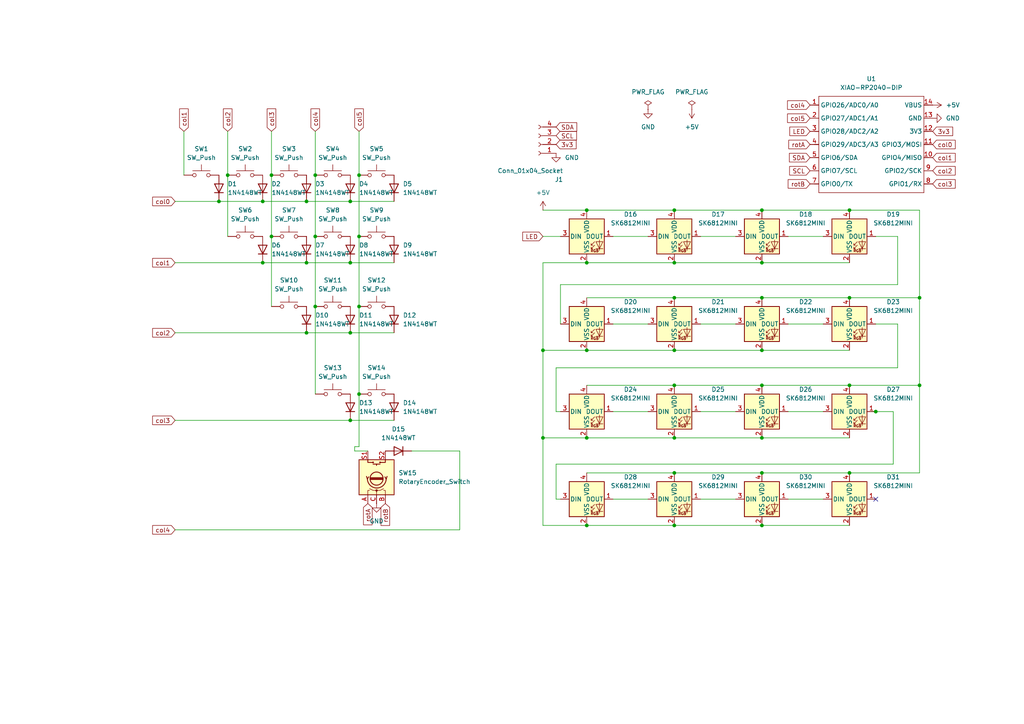
<source format=kicad_sch>
(kicad_sch (version 20250114) (generator "eeschema") (generator_version "9.0")
  (paper "A4")
  (lib_symbols
    (symbol "Connector:Conn_01x04_Socket" (pin_names (offset 1.016) (hide yes))
      (property "Reference" "J" (at 0 5.08 0))
      (property "Value" "Conn_01x04_Socket" (at 0 -7.62 0))
      (symbol "Conn_01x04_Socket_1_1"
        (polyline (pts (xy -1.27 2.54) (xy -0.508 2.54)) (stroke (width 0.1524)))
        (polyline (pts (xy -1.27 0) (xy -0.508 0)) (stroke (width 0.1524)))
        (polyline (pts (xy -1.27 -2.54) (xy -0.508 -2.54)) (stroke (width 0.1524)))
        (polyline (pts (xy -1.27 -5.08) (xy -0.508 -5.08)) (stroke (width 0.1524)))
        (arc (start 0 2.032) (mid -0.5058 2.54) (end 0 3.048) (stroke (width 0.1524)))
        (arc (start 0 -0.508) (mid -0.5058 0) (end 0 0.508) (stroke (width 0.1524)))
        (arc (start 0 -3.048) (mid -0.5058 -2.54) (end 0 -2.032) (stroke (width 0.1524)))
        (arc (start 0 -5.588) (mid -0.5058 -5.08) (end 0 -4.572) (stroke (width 0.1524)))
        (pin passive line (at -5.08 2.54 0) (length 3.81) (name "Pin_1") (number "1"))
        (pin passive line (at -5.08 0 0) (length 3.81) (name "Pin_2") (number "2"))
        (pin passive line (at -5.08 -2.54 0) (length 3.81) (name "Pin_3") (number "3"))
        (pin passive line (at -5.08 -5.08 0) (length 3.81) (name "Pin_4") (number "4"))
      )
    )
    (symbol "Device:RotaryEncoder_Switch" (pin_names (offset 0.254) (hide yes))
      (property "Reference" "SW" (at 0 6.604 0))
      (property "Value" "RotaryEncoder_Switch" (at 0 -6.604 0))
      (symbol "RotaryEncoder_Switch_0_1"
        (rectangle (start -5.08 5.08) (end 5.08 -5.08) (stroke (width 0.254)) (fill (type background)))
        (polyline (pts (xy -5.08 2.54) (xy -3.81 2.54) (xy -3.81 2.032)))
        (polyline (pts (xy -5.08 0) (xy -3.81 0) (xy -3.81 -1.016) (xy -3.302 -2.032)))
        (polyline (pts (xy -5.08 -2.54) (xy -3.81 -2.54) (xy -3.81 -2.032)))
        (polyline (pts (xy -4.318 0) (xy -3.81 0) (xy -3.81 1.016) (xy -3.302 2.032)))
        (circle (center -3.81 0) (radius 0.254) (fill (type outline)))
        (polyline (pts (xy -0.635 -1.778) (xy -0.635 1.778)) (stroke (width 0.254)))
        (circle (center -0.381 0) (radius 1.905) (stroke (width 0.254)))
        (polyline (pts (xy -0.381 -1.778) (xy -0.381 1.778)) (stroke (width 0.254)))
        (arc (start -0.381 -2.794) (mid -3.0988 -0.0635) (end -0.381 2.667) (stroke (width 0.254)))
        (polyline (pts (xy -0.127 1.778) (xy -0.127 -1.778)) (stroke (width 0.254)))
        (polyline (pts (xy 0.254 2.921) (xy -0.508 2.667) (xy 0.127 2.286)) (stroke (width 0.254)))
        (polyline (pts (xy 0.254 -3.048) (xy -0.508 -2.794) (xy 0.127 -2.413)) (stroke (width 0.254)))
        (polyline (pts (xy 3.81 1.016) (xy 3.81 -1.016)) (stroke (width 0.254)))
        (polyline (pts (xy 3.81 0) (xy 3.429 0)) (stroke (width 0.254)))
        (circle (center 4.318 1.016) (radius 0.127) (stroke (width 0.254)))
        (circle (center 4.318 -1.016) (radius 0.127) (stroke (width 0.254)))
        (polyline (pts (xy 5.08 2.54) (xy 4.318 2.54) (xy 4.318 1.016)) (stroke (width 0.254)))
        (polyline (pts (xy 5.08 -2.54) (xy 4.318 -2.54) (xy 4.318 -1.016)) (stroke (width 0.254)))
      )
      (symbol "RotaryEncoder_Switch_1_1"
        (pin passive line (at -7.62 2.54 0) (length 2.54) (name "A") (number "A"))
        (pin passive line (at -7.62 0 0) (length 2.54) (name "C") (number "C"))
        (pin passive line (at -7.62 -2.54 0) (length 2.54) (name "B") (number "B"))
        (pin passive line (at 7.62 2.54 180) (length 2.54) (name "S1") (number "S1"))
        (pin passive line (at 7.62 -2.54 180) (length 2.54) (name "S2") (number "S2"))
      )
    )
    (symbol "Diode:1N4148WT" (pin_numbers (hide yes)) (pin_names (hide yes))
      (property "Reference" "D" (at 0 2.54 0))
      (property "Value" "1N4148WT" (at 0 -2.54 0))
      (symbol "1N4148WT_0_1"
        (polyline (pts (xy -1.27 1.27) (xy -1.27 -1.27)) (stroke (width 0.254)))
        (polyline (pts (xy 1.27 1.27) (xy 1.27 -1.27) (xy -1.27 0) (xy 1.27 1.27)) (stroke (width 0.254)))
        (polyline (pts (xy 1.27 0) (xy -1.27 0)))
      )
      (symbol "1N4148WT_1_1"
        (pin passive line (at -3.81 0 0) (length 2.54) (name "K") (number "1"))
        (pin passive line (at 3.81 0 180) (length 2.54) (name "A") (number "2"))
      )
    )
    (symbol "LED:SK6812MINI" (pin_names (offset 0.254))
      (property "Reference" "D" (at 5.08 5.715 0))
      (property "Value" "SK6812MINI" (at 1.27 -5.715 0))
      (symbol "SK6812MINI_0_0"
        (text "RGB" (at 2.286 -4.191 0) (effects (font (size 0.762 0.762))))
      )
      (symbol "SK6812MINI_0_1"
        (polyline (pts (xy 1.27 -2.54) (xy 1.778 -2.54)))
        (polyline (pts (xy 1.27 -3.556) (xy 1.778 -3.556)))
        (polyline (pts (xy 2.286 -1.524) (xy 1.27 -2.54) (xy 1.27 -2.032)))
        (polyline (pts (xy 2.286 -2.54) (xy 1.27 -3.556) (xy 1.27 -3.048)))
        (polyline (pts (xy 3.683 -1.016) (xy 3.683 -3.556) (xy 3.683 -4.064)))
        (polyline (pts (xy 4.699 -1.524) (xy 2.667 -1.524) (xy 3.683 -3.556) (xy 4.699 -1.524)))
        (polyline (pts (xy 4.699 -3.556) (xy 2.667 -3.556)))
        (rectangle (start 5.08 5.08) (end -5.08 -5.08) (stroke (width 0.254)) (fill (type background)))
      )
      (symbol "SK6812MINI_1_1"
        (pin input line (at -7.62 0 0) (length 2.54) (name "DIN") (number "3"))
        (pin power_in line (at 0 7.62 270) (length 2.54) (name "VDD") (number "4"))
        (pin power_in line (at 0 -7.62 90) (length 2.54) (name "VSS") (number "2"))
        (pin output line (at 7.62 0 180) (length 2.54) (name "DOUT") (number "1"))
      )
    )
    (symbol "OPL Lib:XIAO-RP2040-DIP"
      (property "Reference" "U" (at 0 0 0))
      (property "Value" "XIAO-RP2040-DIP" (at 5.334 -1.778 0))
      (symbol "XIAO-RP2040-DIP_1_0"
        (polyline (pts (xy -1.27 -2.54) (xy 29.21 -2.54)) (stroke (width 0.1524)))
        (polyline (pts (xy -1.27 -5.08) (xy -2.54 -5.08)) (stroke (width 0.1524)))
        (polyline (pts (xy -1.27 -5.08) (xy -1.27 -2.54)) (stroke (width 0.1524)))
        (polyline (pts (xy -1.27 -8.89) (xy -2.54 -8.89)) (stroke (width 0.1524)))
        (polyline (pts (xy -1.27 -8.89) (xy -1.27 -5.08)) (stroke (width 0.1524)))
        (polyline (pts (xy -1.27 -12.7) (xy -2.54 -12.7)) (stroke (width 0.1524)))
        (polyline (pts (xy -1.27 -12.7) (xy -1.27 -8.89)) (stroke (width 0.1524)))
        (polyline (pts (xy -1.27 -16.51) (xy -2.54 -16.51)) (stroke (width 0.1524)))
        (polyline (pts (xy -1.27 -16.51) (xy -1.27 -12.7)) (stroke (width 0.1524)))
        (polyline (pts (xy -1.27 -20.32) (xy -2.54 -20.32)) (stroke (width 0.1524)))
        (polyline (pts (xy -1.27 -24.13) (xy -2.54 -24.13)) (stroke (width 0.1524)))
        (polyline (pts (xy -1.27 -27.94) (xy -2.54 -27.94)) (stroke (width 0.1524)))
        (polyline (pts (xy -1.27 -30.48) (xy -1.27 -16.51)) (stroke (width 0.1524)))
        (polyline (pts (xy 29.21 -2.54) (xy 29.21 -5.08)) (stroke (width 0.1524)))
        (polyline (pts (xy 29.21 -5.08) (xy 29.21 -8.89)) (stroke (width 0.1524)))
        (polyline (pts (xy 29.21 -8.89) (xy 29.21 -12.7)) (stroke (width 0.1524)))
        (polyline (pts (xy 29.21 -12.7) (xy 29.21 -30.48)) (stroke (width 0.1524)))
        (polyline (pts (xy 29.21 -30.48) (xy -1.27 -30.48)) (stroke (width 0.1524)))
        (polyline (pts (xy 30.48 -5.08) (xy 29.21 -5.08)) (stroke (width 0.1524)))
        (polyline (pts (xy 30.48 -8.89) (xy 29.21 -8.89)) (stroke (width 0.1524)))
        (polyline (pts (xy 30.48 -12.7) (xy 29.21 -12.7)) (stroke (width 0.1524)))
        (polyline (pts (xy 30.48 -16.51) (xy 29.21 -16.51)) (stroke (width 0.1524)))
        (polyline (pts (xy 30.48 -20.32) (xy 29.21 -20.32)) (stroke (width 0.1524)))
        (polyline (pts (xy 30.48 -24.13) (xy 29.21 -24.13)) (stroke (width 0.1524)))
        (polyline (pts (xy 30.48 -27.94) (xy 29.21 -27.94)) (stroke (width 0.1524)))
        (pin passive line (at -3.81 -5.08 0) (length 2.54) (name "GPIO26/ADC0/A0") (number "1"))
        (pin passive line (at -3.81 -8.89 0) (length 2.54) (name "GPIO27/ADC1/A1") (number "2"))
        (pin passive line (at -3.81 -12.7 0) (length 2.54) (name "GPIO28/ADC2/A2") (number "3"))
        (pin passive line (at -3.81 -16.51 0) (length 2.54) (name "GPIO29/ADC3/A3") (number "4"))
        (pin passive line (at -3.81 -20.32 0) (length 2.54) (name "GPIO6/SDA") (number "5"))
        (pin passive line (at -3.81 -24.13 0) (length 2.54) (name "GPIO7/SCL") (number "6"))
        (pin passive line (at -3.81 -27.94 0) (length 2.54) (name "GPIO0/TX") (number "7"))
        (pin passive line (at 31.75 -5.08 180) (length 2.54) (name "VBUS") (number "14"))
        (pin passive line (at 31.75 -8.89 180) (length 2.54) (name "GND") (number "13"))
        (pin passive line (at 31.75 -12.7 180) (length 2.54) (name "3V3") (number "12"))
        (pin passive line (at 31.75 -16.51 180) (length 2.54) (name "GPIO3/MOSI") (number "11"))
        (pin passive line (at 31.75 -20.32 180) (length 2.54) (name "GPIO4/MISO") (number "10"))
        (pin passive line (at 31.75 -24.13 180) (length 2.54) (name "GPIO2/SCK") (number "9"))
        (pin passive line (at 31.75 -27.94 180) (length 2.54) (name "GPIO1/RX") (number "8"))
      )
    )
    (symbol "Switch:SW_Push" (pin_numbers (hide yes)) (pin_names (offset 1.016) (hide yes))
      (property "Reference" "SW" (at 1.27 2.54 0))
      (property "Value" "SW_Push" (at 0 -1.524 0))
      (symbol "SW_Push_0_1"
        (circle (center -2.032 0) (radius 0.508))
        (polyline (pts (xy 0 1.27) (xy 0 3.048)))
        (circle (center 2.032 0) (radius 0.508))
        (polyline (pts (xy 2.54 1.27) (xy -2.54 1.27)))
        (pin passive line (at -5.08 0 0) (length 2.54) (name "1") (number "1"))
        (pin passive line (at 5.08 0 180) (length 2.54) (name "2") (number "2"))
      )
    )
    (symbol "power:+5V" (power) (pin_numbers (hide yes)) (pin_names (offset 0) (hide yes))
      (property "Value" "+5V" (at 0 3.556 0))
      (symbol "+5V_0_1"
        (polyline (pts (xy -0.762 1.27) (xy 0 2.54)))
        (polyline (pts (xy 0 2.54) (xy 0.762 1.27)))
        (polyline (pts (xy 0 0) (xy 0 2.54)))
      )
      (symbol "+5V_1_1"
        (pin power_in line (at 0 0 90) (length 0) (name "~") (number "1"))
      )
    )
    (symbol "power:GND" (power) (pin_numbers (hide yes)) (pin_names (offset 0) (hide yes))
      (property "Value" "GND" (at 0 -3.81 0))
      (symbol "GND_0_1"
        (polyline (pts (xy 0 0) (xy 0 -1.27) (xy 1.27 -1.27) (xy 0 -2.54) (xy -1.27 -1.27) (xy 0 -1.27)))
      )
      (symbol "GND_1_1"
        (pin power_in line (at 0 0 270) (length 0) (name "~") (number "1"))
      )
    )
    (symbol "power:PWR_FLAG" (power) (pin_numbers (hide yes)) (pin_names (offset 0) (hide yes))
      (property "Value" "PWR_FLAG" (at 0 3.81 0))
      (symbol "PWR_FLAG_0_0"
        (pin power_out line (at 0 0 90) (length 0) (name "~") (number "1"))
      )
      (symbol "PWR_FLAG_0_1"
        (polyline (pts (xy 0 0) (xy 0 1.27) (xy -1.016 1.905) (xy 0 2.54) (xy 1.016 1.905) (xy 0 1.27)))
      )
    )
  )
  (junction (at 220.98 76.2))
  (junction (at 101.6 76.2))
  (junction (at 91.44 68.58))
  (junction (at 220.98 60.96))
  (junction (at 195.58 101.6))
  (junction (at 220.98 152.4))
  (junction (at 246.38 111.76))
  (junction (at 91.44 88.9))
  (junction (at 101.6 58.42))
  (junction (at 104.14 88.9))
  (junction (at 246.38 137.16))
  (junction (at 195.58 111.76))
  (junction (at 76.2 58.42))
  (junction (at 170.18 76.2))
  (junction (at 220.98 101.6))
  (junction (at 157.48 101.6))
  (junction (at 78.74 68.58))
  (junction (at 91.44 50.8))
  (junction (at 254 119.38))
  (junction (at 195.58 152.4))
  (junction (at 246.38 86.36))
  (junction (at 195.58 60.96))
  (junction (at 170.18 101.6))
  (junction (at 170.18 152.4))
  (junction (at 88.9 96.52))
  (junction (at 195.58 86.36))
  (junction (at 104.14 50.8))
  (junction (at 157.48 127))
  (junction (at 78.74 50.8))
  (junction (at 88.9 76.2))
  (junction (at 266.7 111.76))
  (junction (at 66.04 50.8))
  (junction (at 76.2 76.2))
  (junction (at 104.14 114.3))
  (junction (at 170.18 60.96))
  (junction (at 220.98 127))
  (junction (at 195.58 76.2))
  (junction (at 101.6 121.92))
  (junction (at 170.18 127))
  (junction (at 104.14 68.58))
  (junction (at 195.58 127))
  (junction (at 101.6 96.52))
  (junction (at 195.58 137.16))
  (junction (at 220.98 111.76))
  (junction (at 63.5 58.42))
  (junction (at 220.98 137.16))
  (junction (at 220.98 86.36))
  (junction (at 266.7 86.36))
  (junction (at 88.9 58.42))
  (junction (at 246.38 60.96))
  (no_connect (at 254 144.78))
  (wire (pts (xy 195.58 86.36) (xy 220.98 86.36)))
  (wire (pts (xy 76.2 76.2) (xy 88.9 76.2)))
  (wire (pts (xy 161.29 119.38) (xy 162.56 119.38)))
  (wire (pts (xy 220.98 86.36) (xy 246.38 86.36)))
  (wire (pts (xy 50.8 76.2) (xy 76.2 76.2)))
  (wire (pts (xy 78.74 50.8) (xy 78.74 68.58)))
  (wire (pts (xy 78.74 68.58) (xy 78.74 88.9)))
  (wire (pts (xy 254 93.98) (xy 260.35 93.98)))
  (wire (pts (xy 195.58 111.76) (xy 170.18 111.76)))
  (wire (pts (xy 170.18 76.2) (xy 195.58 76.2)))
  (wire (pts (xy 162.56 82.55) (xy 162.56 93.98)))
  (wire (pts (xy 195.58 127) (xy 220.98 127)))
  (wire (pts (xy 104.14 88.9) (xy 104.14 114.3)))
  (wire (pts (xy 220.98 127) (xy 246.38 127)))
  (wire (pts (xy 50.8 121.92) (xy 101.6 121.92)))
  (wire (pts (xy 157.48 152.4) (xy 170.18 152.4)))
  (wire (pts (xy 259.08 119.38) (xy 259.08 134.62)))
  (wire (pts (xy 260.35 93.98) (xy 260.35 106.68)))
  (wire (pts (xy 203.2 119.38) (xy 213.36 119.38)))
  (wire (pts (xy 161.29 144.78) (xy 162.56 144.78)))
  (wire (pts (xy 177.8 119.38) (xy 187.96 119.38)))
  (wire (pts (xy 259.08 134.62) (xy 161.29 134.62)))
  (wire (pts (xy 170.18 86.36) (xy 195.58 86.36)))
  (wire (pts (xy 195.58 76.2) (xy 220.98 76.2)))
  (wire (pts (xy 88.9 76.2) (xy 101.6 76.2)))
  (wire (pts (xy 133.35 153.67) (xy 133.35 130.81)))
  (wire (pts (xy 88.9 96.52) (xy 101.6 96.52)))
  (wire (pts (xy 246.38 137.16) (xy 220.98 137.16)))
  (wire (pts (xy 102.87 130.81) (xy 106.68 130.81)))
  (wire (pts (xy 266.7 60.96) (xy 266.7 86.36)))
  (wire (pts (xy 177.8 144.78) (xy 187.96 144.78)))
  (wire (pts (xy 170.18 152.4) (xy 195.58 152.4)))
  (wire (pts (xy 157.48 68.58) (xy 162.56 68.58)))
  (wire (pts (xy 102.87 129.54) (xy 102.87 130.81)))
  (wire (pts (xy 161.29 106.68) (xy 161.29 119.38)))
  (wire (pts (xy 246.38 60.96) (xy 266.7 60.96)))
  (wire (pts (xy 101.6 58.42) (xy 114.3 58.42)))
  (wire (pts (xy 266.7 86.36) (xy 266.7 111.76)))
  (wire (pts (xy 195.58 152.4) (xy 220.98 152.4)))
  (wire (pts (xy 104.14 50.8) (xy 104.14 68.58)))
  (wire (pts (xy 254 68.58) (xy 260.35 68.58)))
  (wire (pts (xy 88.9 58.42) (xy 101.6 58.42)))
  (wire (pts (xy 238.76 93.98) (xy 228.6 93.98)))
  (wire (pts (xy 50.8 96.52) (xy 88.9 96.52)))
  (wire (pts (xy 157.48 101.6) (xy 170.18 101.6)))
  (wire (pts (xy 170.18 101.6) (xy 195.58 101.6)))
  (wire (pts (xy 157.48 127) (xy 157.48 152.4)))
  (wire (pts (xy 246.38 60.96) (xy 220.98 60.96)))
  (wire (pts (xy 91.44 88.9) (xy 91.44 114.3)))
  (wire (pts (xy 102.87 129.54) (xy 104.14 129.54)))
  (wire (pts (xy 246.38 111.76) (xy 220.98 111.76)))
  (wire (pts (xy 203.2 144.78) (xy 213.36 144.78)))
  (wire (pts (xy 238.76 68.58) (xy 228.6 68.58)))
  (wire (pts (xy 260.35 82.55) (xy 162.56 82.55)))
  (wire (pts (xy 101.6 121.92) (xy 114.3 121.92)))
  (wire (pts (xy 195.58 60.96) (xy 220.98 60.96)))
  (wire (pts (xy 246.38 86.36) (xy 266.7 86.36)))
  (wire (pts (xy 161.29 134.62) (xy 161.29 144.78)))
  (wire (pts (xy 170.18 76.2) (xy 157.48 76.2)))
  (wire (pts (xy 104.14 68.58) (xy 104.14 88.9)))
  (wire (pts (xy 254 119.38) (xy 259.08 119.38)))
  (wire (pts (xy 101.6 76.2) (xy 114.3 76.2)))
  (wire (pts (xy 66.04 38.1) (xy 66.04 50.8)))
  (wire (pts (xy 104.14 129.54) (xy 104.14 114.3)))
  (wire (pts (xy 260.35 106.68) (xy 161.29 106.68)))
  (wire (pts (xy 91.44 68.58) (xy 91.44 88.9)))
  (wire (pts (xy 220.98 137.16) (xy 195.58 137.16)))
  (wire (pts (xy 246.38 101.6) (xy 220.98 101.6)))
  (wire (pts (xy 133.35 130.81) (xy 119.38 130.81)))
  (wire (pts (xy 157.48 60.96) (xy 170.18 60.96)))
  (wire (pts (xy 266.7 111.76) (xy 266.7 137.16)))
  (wire (pts (xy 66.04 50.8) (xy 66.04 68.58)))
  (wire (pts (xy 53.34 38.1) (xy 53.34 50.8)))
  (wire (pts (xy 50.8 153.67) (xy 133.35 153.67)))
  (wire (pts (xy 228.6 119.38) (xy 238.76 119.38)))
  (wire (pts (xy 220.98 152.4) (xy 246.38 152.4)))
  (wire (pts (xy 187.96 68.58) (xy 177.8 68.58)))
  (wire (pts (xy 76.2 58.42) (xy 88.9 58.42)))
  (wire (pts (xy 78.74 38.1) (xy 78.74 50.8)))
  (wire (pts (xy 101.6 96.52) (xy 114.3 96.52)))
  (wire (pts (xy 203.2 68.58) (xy 213.36 68.58)))
  (wire (pts (xy 220.98 111.76) (xy 195.58 111.76)))
  (wire (pts (xy 195.58 101.6) (xy 220.98 101.6)))
  (wire (pts (xy 170.18 60.96) (xy 195.58 60.96)))
  (wire (pts (xy 266.7 137.16) (xy 246.38 137.16)))
  (wire (pts (xy 104.14 38.1) (xy 104.14 50.8)))
  (wire (pts (xy 91.44 38.1) (xy 91.44 50.8)))
  (wire (pts (xy 50.8 58.42) (xy 63.5 58.42)))
  (wire (pts (xy 170.18 127) (xy 195.58 127)))
  (wire (pts (xy 266.7 111.76) (xy 246.38 111.76)))
  (wire (pts (xy 252.73 119.38) (xy 254 119.38)))
  (wire (pts (xy 195.58 137.16) (xy 170.18 137.16)))
  (wire (pts (xy 157.48 76.2) (xy 157.48 101.6)))
  (wire (pts (xy 203.2 93.98) (xy 213.36 93.98)))
  (wire (pts (xy 246.38 76.2) (xy 220.98 76.2)))
  (wire (pts (xy 228.6 144.78) (xy 238.76 144.78)))
  (wire (pts (xy 260.35 68.58) (xy 260.35 82.55)))
  (wire (pts (xy 187.96 93.98) (xy 177.8 93.98)))
  (wire (pts (xy 157.48 127) (xy 170.18 127)))
  (wire (pts (xy 157.48 101.6) (xy 157.48 127)))
  (wire (pts (xy 91.44 50.8) (xy 91.44 68.58)))
  (wire (pts (xy 63.5 58.42) (xy 76.2 58.42)))
  (global_label "col4" (shape input) (at 91.44 38.1 90) (property "Intersheetrefs" "${INTERSHEET_REFS}" (effects (hide yes))))
  (global_label "col1" (shape input) (at 50.8 76.2 180) (property "Intersheetrefs" "${INTERSHEET_REFS}" (effects (hide yes))))
  (global_label "rotB" (shape input) (at 234.95 53.34 180) (property "Intersheetrefs" "${INTERSHEET_REFS}" (effects (hide yes))))
  (global_label "LED" (shape input) (at 234.95 38.1 180) (property "Intersheetrefs" "${INTERSHEET_REFS}" (effects (hide yes))))
  (global_label "col5" (shape input) (at 104.14 38.1 90) (property "Intersheetrefs" "${INTERSHEET_REFS}" (effects (hide yes))))
  (global_label "col2" (shape input) (at 50.8 96.52 180) (property "Intersheetrefs" "${INTERSHEET_REFS}" (effects (hide yes))))
  (global_label "SDA" (shape input) (at 161.29 36.83 0) (property "Intersheetrefs" "${INTERSHEET_REFS}" (effects (hide yes))))
  (global_label "col3" (shape input) (at 50.8 121.92 180) (property "Intersheetrefs" "${INTERSHEET_REFS}" (effects (hide yes))))
  (global_label "col0" (shape input) (at 50.8 58.42 180) (property "Intersheetrefs" "${INTERSHEET_REFS}" (effects (hide yes))))
  (global_label "3v3" (shape input) (at 270.51 38.1 0) (property "Intersheetrefs" "${INTERSHEET_REFS}" (effects (hide yes))))
  (global_label "rotB" (shape input) (at 111.76 146.05 270) (property "Intersheetrefs" "${INTERSHEET_REFS}" (effects (hide yes))))
  (global_label "col2" (shape input) (at 66.04 38.1 90) (property "Intersheetrefs" "${INTERSHEET_REFS}" (effects (hide yes))))
  (global_label "rotA" (shape input) (at 106.68 146.05 270) (property "Intersheetrefs" "${INTERSHEET_REFS}" (effects (hide yes))))
  (global_label "col4" (shape input) (at 50.8 153.67 180) (property "Intersheetrefs" "${INTERSHEET_REFS}" (effects (hide yes))))
  (global_label "rotA" (shape input) (at 234.95 41.91 180) (property "Intersheetrefs" "${INTERSHEET_REFS}" (effects (hide yes))))
  (global_label "col1" (shape input) (at 270.51 45.72 0) (property "Intersheetrefs" "${INTERSHEET_REFS}" (effects (hide yes))))
  (global_label "LED" (shape input) (at 157.48 68.58 180) (property "Intersheetrefs" "${INTERSHEET_REFS}" (effects (hide yes))))
  (global_label "col4" (shape input) (at 234.95 30.48 180) (property "Intersheetrefs" "${INTERSHEET_REFS}" (effects (hide yes))))
  (global_label "SCL" (shape input) (at 234.95 49.53 180) (property "Intersheetrefs" "${INTERSHEET_REFS}" (effects (hide yes))))
  (global_label "col3" (shape input) (at 270.51 53.34 0) (property "Intersheetrefs" "${INTERSHEET_REFS}" (effects (hide yes))))
  (global_label "col5" (shape input) (at 234.95 34.29 180) (property "Intersheetrefs" "${INTERSHEET_REFS}" (effects (hide yes))))
  (global_label "col1" (shape input) (at 53.34 38.1 90) (property "Intersheetrefs" "${INTERSHEET_REFS}" (effects (hide yes))))
  (global_label "3v3" (shape input) (at 161.29 41.91 0) (property "Intersheetrefs" "${INTERSHEET_REFS}" (effects (hide yes))))
  (global_label "col3" (shape input) (at 78.74 38.1 90) (property "Intersheetrefs" "${INTERSHEET_REFS}" (effects (hide yes))))
  (global_label "SCL" (shape input) (at 161.29 39.37 0) (property "Intersheetrefs" "${INTERSHEET_REFS}" (effects (hide yes))))
  (global_label "col2" (shape input) (at 270.51 49.53 0) (property "Intersheetrefs" "${INTERSHEET_REFS}" (effects (hide yes))))
  (global_label "SDA" (shape input) (at 234.95 45.72 180) (property "Intersheetrefs" "${INTERSHEET_REFS}" (effects (hide yes))))
  (global_label "col0" (shape input) (at 270.51 41.91 0) (property "Intersheetrefs" "${INTERSHEET_REFS}" (effects (hide yes))))
  (symbol (lib_id "LED:SK6812MINI") (at 170.18 119.38 0) (unit 1)
    (property "Reference" "D24" (at 182.88 112.9598 0))
    (property "Value" "SK6812MINI" (at 182.88 115.4998 0))
    (property "Footprint" "hackpad_footprints:SK6812-MINI-E" (effects (hide yes)))
    (property "Datasheet" "https://cdn-shop.adafruit.com/product-files/2686/SK6812MINI_REV.01-1-2.pdf" (effects (hide yes)))
    (property "Description" "RGB LED with integrated controller" (effects (hide yes)))
  )
  (symbol (lib_id "Connector:Conn_01x04_Socket") (at 156.21 41.91 180) (unit 1)
    (property "Reference" "J1" (at 163.322 52.07 0) (effects (justify left)))
    (property "Value" "Conn_01x04_Socket" (at 163.322 49.53 0) (effects (justify left)))
    (property "Footprint" "KiCad-SSD1306-0.91-OLED-4pin-128x32.pretty-master:SSD1306-0.91-OLED-4pin-128x32" (effects (hide yes)))
    (property "Description" "Generic connector, single row, 01x04, script generated" (effects (hide yes)))
  )
  (symbol (lib_id "Diode:1N4148WT") (at 88.9 92.71 90) (unit 1)
    (property "Reference" "D10" (at 91.44 91.4399 90) (effects (justify right)))
    (property "Value" "1N4148WT" (at 91.44 93.9799 90) (effects (justify right)))
    (property "Footprint" "Diode_THT:D_A-405_P10.16mm_Horizontal" (effects (hide yes)))
    (property "Datasheet" "https://www.diodes.com/assets/Datasheets/ds30396.pdf" (effects (hide yes)))
    (property "Description" "75V 0.15A Fast switching Diode, SOD-523" (effects (hide yes)))
    (property "Sim.Device" "D" (effects (hide yes)))
    (property "Sim.Pins" "1=K 2=A" (effects (hide yes)))
  )
  (symbol (lib_id "power:GND") (at 109.22 146.05 0) (unit 1)
    (property "Reference" "#PWR06" (effects (hide yes)))
    (property "Value" "GND" (at 109.22 151.13 0))
    (property "Description" "Power symbol creates a global label with name \"GND\" , ground" (effects (hide yes)))
  )
  (symbol (lib_id "Diode:1N4148WT") (at 101.6 72.39 90) (unit 1)
    (property "Reference" "D8" (at 104.14 71.1199 90) (effects (justify right)))
    (property "Value" "1N4148WT" (at 104.14 73.6599 90) (effects (justify right)))
    (property "Footprint" "Diode_THT:D_A-405_P10.16mm_Horizontal" (effects (hide yes)))
    (property "Datasheet" "https://www.diodes.com/assets/Datasheets/ds30396.pdf" (effects (hide yes)))
    (property "Description" "75V 0.15A Fast switching Diode, SOD-523" (effects (hide yes)))
    (property "Sim.Device" "D" (effects (hide yes)))
    (property "Sim.Pins" "1=K 2=A" (effects (hide yes)))
  )
  (symbol (lib_id "Switch:SW_Push") (at 96.52 114.3 0) (unit 1)
    (property "Reference" "SW13" (at 96.52 106.68 0))
    (property "Value" "SW_Push" (at 96.52 109.22 0))
    (property "Footprint" "Button_Switch_Keyboard:SW_Cherry_MX_1.00u_PCB" (effects (hide yes)))
    (property "Description" "Push button switch, generic, two pins" (effects (hide yes)))
  )
  (symbol (lib_id "LED:SK6812MINI") (at 246.38 93.98 0) (unit 1)
    (property "Reference" "D23" (at 259.08 87.5598 0))
    (property "Value" "SK6812MINI" (at 259.08 90.0998 0))
    (property "Footprint" "hackpad_footprints:SK6812-MINI-E" (effects (hide yes)))
    (property "Datasheet" "https://cdn-shop.adafruit.com/product-files/2686/SK6812MINI_REV.01-1-2.pdf" (effects (hide yes)))
    (property "Description" "RGB LED with integrated controller" (effects (hide yes)))
  )
  (symbol (lib_id "Switch:SW_Push") (at 109.22 50.8 0) (unit 1)
    (property "Reference" "SW5" (at 109.22 43.18 0))
    (property "Value" "SW_Push" (at 109.22 45.72 0))
    (property "Footprint" "Button_Switch_Keyboard:SW_Cherry_MX_1.00u_PCB" (effects (hide yes)))
    (property "Description" "Push button switch, generic, two pins" (effects (hide yes)))
  )
  (symbol (lib_id "Diode:1N4148WT") (at 114.3 118.11 90) (unit 1)
    (property "Reference" "D14" (at 116.84 116.8399 90) (effects (justify right)))
    (property "Value" "1N4148WT" (at 116.84 119.3799 90) (effects (justify right)))
    (property "Footprint" "Diode_THT:D_A-405_P10.16mm_Horizontal" (effects (hide yes)))
    (property "Datasheet" "https://www.diodes.com/assets/Datasheets/ds30396.pdf" (effects (hide yes)))
    (property "Description" "75V 0.15A Fast switching Diode, SOD-523" (effects (hide yes)))
    (property "Sim.Device" "D" (effects (hide yes)))
    (property "Sim.Pins" "1=K 2=A" (effects (hide yes)))
  )
  (symbol (lib_id "LED:SK6812MINI") (at 246.38 144.78 0) (unit 1)
    (property "Reference" "D31" (at 259.08 138.3598 0))
    (property "Value" "SK6812MINI" (at 259.08 140.8998 0))
    (property "Footprint" "hackpad_footprints:SK6812-MINI-E" (effects (hide yes)))
    (property "Datasheet" "https://cdn-shop.adafruit.com/product-files/2686/SK6812MINI_REV.01-1-2.pdf" (effects (hide yes)))
    (property "Description" "RGB LED with integrated controller" (effects (hide yes)))
  )
  (symbol (lib_id "LED:SK6812MINI") (at 195.58 119.38 0) (unit 1)
    (property "Reference" "D25" (at 208.28 112.9598 0))
    (property "Value" "SK6812MINI" (at 208.28 115.4998 0))
    (property "Footprint" "hackpad_footprints:SK6812-MINI-E" (effects (hide yes)))
    (property "Datasheet" "https://cdn-shop.adafruit.com/product-files/2686/SK6812MINI_REV.01-1-2.pdf" (effects (hide yes)))
    (property "Description" "RGB LED with integrated controller" (effects (hide yes)))
  )
  (symbol (lib_id "Switch:SW_Push") (at 83.82 68.58 0) (unit 1)
    (property "Reference" "SW7" (at 83.82 60.96 0))
    (property "Value" "SW_Push" (at 83.82 63.5 0))
    (property "Footprint" "Button_Switch_Keyboard:SW_Cherry_MX_1.00u_PCB" (effects (hide yes)))
    (property "Description" "Push button switch, generic, two pins" (effects (hide yes)))
  )
  (symbol (lib_id "LED:SK6812MINI") (at 195.58 93.98 0) (unit 1)
    (property "Reference" "D21" (at 208.28 87.5598 0))
    (property "Value" "SK6812MINI" (at 208.28 90.0998 0))
    (property "Footprint" "hackpad_footprints:SK6812-MINI-E" (effects (hide yes)))
    (property "Datasheet" "https://cdn-shop.adafruit.com/product-files/2686/SK6812MINI_REV.01-1-2.pdf" (effects (hide yes)))
    (property "Description" "RGB LED with integrated controller" (effects (hide yes)))
  )
  (symbol (lib_id "Diode:1N4148WT") (at 76.2 54.61 90) (unit 1)
    (property "Reference" "D2" (at 78.74 53.3399 90) (effects (justify right)))
    (property "Value" "1N4148WT" (at 78.74 55.8799 90) (effects (justify right)))
    (property "Footprint" "Diode_THT:D_A-405_P10.16mm_Horizontal" (effects (hide yes)))
    (property "Datasheet" "https://www.diodes.com/assets/Datasheets/ds30396.pdf" (effects (hide yes)))
    (property "Description" "75V 0.15A Fast switching Diode, SOD-523" (effects (hide yes)))
    (property "Sim.Device" "D" (effects (hide yes)))
    (property "Sim.Pins" "1=K 2=A" (effects (hide yes)))
  )
  (symbol (lib_id "Diode:1N4148WT") (at 76.2 72.39 90) (unit 1)
    (property "Reference" "D6" (at 78.74 71.1199 90) (effects (justify right)))
    (property "Value" "1N4148WT" (at 78.74 73.6599 90) (effects (justify right)))
    (property "Footprint" "Diode_THT:D_A-405_P10.16mm_Horizontal" (effects (hide yes)))
    (property "Datasheet" "https://www.diodes.com/assets/Datasheets/ds30396.pdf" (effects (hide yes)))
    (property "Description" "75V 0.15A Fast switching Diode, SOD-523" (effects (hide yes)))
    (property "Sim.Device" "D" (effects (hide yes)))
    (property "Sim.Pins" "1=K 2=A" (effects (hide yes)))
  )
  (symbol (lib_id "Diode:1N4148WT") (at 114.3 54.61 90) (unit 1)
    (property "Reference" "D5" (at 116.84 53.3399 90) (effects (justify right)))
    (property "Value" "1N4148WT" (at 116.84 55.8799 90) (effects (justify right)))
    (property "Footprint" "Diode_THT:D_A-405_P10.16mm_Horizontal" (effects (hide yes)))
    (property "Datasheet" "https://www.diodes.com/assets/Datasheets/ds30396.pdf" (effects (hide yes)))
    (property "Description" "75V 0.15A Fast switching Diode, SOD-523" (effects (hide yes)))
    (property "Sim.Device" "D" (effects (hide yes)))
    (property "Sim.Pins" "1=K 2=A" (effects (hide yes)))
  )
  (symbol (lib_id "power:PWR_FLAG") (at 200.66 31.75 0) (unit 1)
    (property "Reference" "#FLG02" (effects (hide yes)))
    (property "Value" "PWR_FLAG" (at 200.66 26.67 0))
    (property "Description" "Special symbol for telling ERC where power comes from" (effects (hide yes)))
  )
  (symbol (lib_id "LED:SK6812MINI") (at 220.98 93.98 0) (unit 1)
    (property "Reference" "D22" (at 233.68 87.5598 0))
    (property "Value" "SK6812MINI" (at 233.68 90.0998 0))
    (property "Footprint" "hackpad_footprints:SK6812-MINI-E" (effects (hide yes)))
    (property "Datasheet" "https://cdn-shop.adafruit.com/product-files/2686/SK6812MINI_REV.01-1-2.pdf" (effects (hide yes)))
    (property "Description" "RGB LED with integrated controller" (effects (hide yes)))
  )
  (symbol (lib_id "power:+5V") (at 157.48 60.96 0) (unit 1)
    (property "Reference" "#PWR03" (effects (hide yes)))
    (property "Value" "+5V" (at 157.48 55.88 0))
    (property "Description" "Power symbol creates a global label with name \"+5V\"" (effects (hide yes)))
  )
  (symbol (lib_id "Switch:SW_Push") (at 109.22 68.58 0) (unit 1)
    (property "Reference" "SW9" (at 109.22 60.96 0))
    (property "Value" "SW_Push" (at 109.22 63.5 0))
    (property "Footprint" "Button_Switch_Keyboard:SW_Cherry_MX_1.00u_PCB" (effects (hide yes)))
    (property "Description" "Push button switch, generic, two pins" (effects (hide yes)))
  )
  (symbol (lib_id "Diode:1N4148WT") (at 101.6 118.11 90) (unit 1)
    (property "Reference" "D13" (at 104.14 116.8399 90) (effects (justify right)))
    (property "Value" "1N4148WT" (at 104.14 119.3799 90) (effects (justify right)))
    (property "Footprint" "Diode_THT:D_A-405_P10.16mm_Horizontal" (effects (hide yes)))
    (property "Datasheet" "https://www.diodes.com/assets/Datasheets/ds30396.pdf" (effects (hide yes)))
    (property "Description" "75V 0.15A Fast switching Diode, SOD-523" (effects (hide yes)))
    (property "Sim.Device" "D" (effects (hide yes)))
    (property "Sim.Pins" "1=K 2=A" (effects (hide yes)))
  )
  (symbol (lib_id "power:+5V") (at 200.66 31.75 180) (unit 1)
    (property "Reference" "#PWR08" (effects (hide yes)))
    (property "Value" "+5V" (at 200.66 36.83 0))
    (property "Description" "Power symbol creates a global label with name \"+5V\"" (effects (hide yes)))
  )
  (symbol (lib_id "Switch:SW_Push") (at 96.52 88.9 0) (unit 1)
    (property "Reference" "SW11" (at 96.52 81.28 0))
    (property "Value" "SW_Push" (at 96.52 83.82 0))
    (property "Footprint" "Button_Switch_Keyboard:SW_Cherry_MX_1.00u_PCB" (effects (hide yes)))
    (property "Description" "Push button switch, generic, two pins" (effects (hide yes)))
  )
  (symbol (lib_id "Diode:1N4148WT") (at 101.6 92.71 90) (unit 1)
    (property "Reference" "D11" (at 104.14 91.4399 90) (effects (justify right)))
    (property "Value" "1N4148WT" (at 104.14 93.9799 90) (effects (justify right)))
    (property "Footprint" "Diode_THT:D_A-405_P10.16mm_Horizontal" (effects (hide yes)))
    (property "Datasheet" "https://www.diodes.com/assets/Datasheets/ds30396.pdf" (effects (hide yes)))
    (property "Description" "75V 0.15A Fast switching Diode, SOD-523" (effects (hide yes)))
    (property "Sim.Device" "D" (effects (hide yes)))
    (property "Sim.Pins" "1=K 2=A" (effects (hide yes)))
  )
  (symbol (lib_id "Switch:SW_Push") (at 58.42 50.8 0) (unit 1)
    (property "Reference" "SW1" (at 58.42 43.18 0))
    (property "Value" "SW_Push" (at 58.42 45.72 0))
    (property "Footprint" "Button_Switch_Keyboard:SW_Cherry_MX_1.00u_PCB" (effects (hide yes)))
    (property "Description" "Push button switch, generic, two pins" (effects (hide yes)))
  )
  (symbol (lib_id "Diode:1N4148WT") (at 114.3 72.39 90) (unit 1)
    (property "Reference" "D9" (at 116.84 71.1199 90) (effects (justify right)))
    (property "Value" "1N4148WT" (at 116.84 73.6599 90) (effects (justify right)))
    (property "Footprint" "Diode_THT:D_A-405_P10.16mm_Horizontal" (effects (hide yes)))
    (property "Datasheet" "https://www.diodes.com/assets/Datasheets/ds30396.pdf" (effects (hide yes)))
    (property "Description" "75V 0.15A Fast switching Diode, SOD-523" (effects (hide yes)))
    (property "Sim.Device" "D" (effects (hide yes)))
    (property "Sim.Pins" "1=K 2=A" (effects (hide yes)))
  )
  (symbol (lib_id "Switch:SW_Push") (at 83.82 50.8 0) (unit 1)
    (property "Reference" "SW3" (at 83.82 43.18 0))
    (property "Value" "SW_Push" (at 83.82 45.72 0))
    (property "Footprint" "Button_Switch_Keyboard:SW_Cherry_MX_1.00u_PCB" (effects (hide yes)))
    (property "Description" "Push button switch, generic, two pins" (effects (hide yes)))
  )
  (symbol (lib_id "LED:SK6812MINI") (at 246.38 119.38 0) (unit 1)
    (property "Reference" "D27" (at 259.08 112.9598 0))
    (property "Value" "SK6812MINI" (at 259.08 115.4998 0))
    (property "Footprint" "hackpad_footprints:SK6812-MINI-E" (effects (hide yes)))
    (property "Datasheet" "https://cdn-shop.adafruit.com/product-files/2686/SK6812MINI_REV.01-1-2.pdf" (effects (hide yes)))
    (property "Description" "RGB LED with integrated controller" (effects (hide yes)))
  )
  (symbol (lib_id "Switch:SW_Push") (at 83.82 88.9 0) (unit 1)
    (property "Reference" "SW10" (at 83.82 81.28 0))
    (property "Value" "SW_Push" (at 83.82 83.82 0))
    (property "Footprint" "Button_Switch_Keyboard:SW_Cherry_MX_1.00u_PCB" (effects (hide yes)))
    (property "Description" "Push button switch, generic, two pins" (effects (hide yes)))
  )
  (symbol (lib_id "OPL Lib:XIAO-RP2040-DIP") (at 238.76 25.4 0) (unit 1)
    (property "Reference" "U1" (at 252.73 22.86 0))
    (property "Value" "XIAO-RP2040-DIP" (at 252.73 25.4 0))
    (property "Footprint" "OPL:XIAO-RP2040-DIP" (effects (hide yes)))
  )
  (symbol (lib_id "LED:SK6812MINI") (at 246.38 68.58 0) (unit 1)
    (property "Reference" "D19" (at 259.08 62.1598 0))
    (property "Value" "SK6812MINI" (at 259.08 64.6998 0))
    (property "Footprint" "hackpad_footprints:SK6812-MINI-E" (effects (hide yes)))
    (property "Datasheet" "https://cdn-shop.adafruit.com/product-files/2686/SK6812MINI_REV.01-1-2.pdf" (effects (hide yes)))
    (property "Description" "RGB LED with integrated controller" (effects (hide yes)))
  )
  (symbol (lib_id "Diode:1N4148WT") (at 88.9 72.39 90) (unit 1)
    (property "Reference" "D7" (at 91.44 71.1199 90) (effects (justify right)))
    (property "Value" "1N4148WT" (at 91.44 73.6599 90) (effects (justify right)))
    (property "Footprint" "Diode_THT:D_A-405_P10.16mm_Horizontal" (effects (hide yes)))
    (property "Datasheet" "https://www.diodes.com/assets/Datasheets/ds30396.pdf" (effects (hide yes)))
    (property "Description" "75V 0.15A Fast switching Diode, SOD-523" (effects (hide yes)))
    (property "Sim.Device" "D" (effects (hide yes)))
    (property "Sim.Pins" "1=K 2=A" (effects (hide yes)))
  )
  (symbol (lib_id "Diode:1N4148WT") (at 114.3 92.71 90) (unit 1)
    (property "Reference" "D12" (at 116.84 91.4399 90) (effects (justify right)))
    (property "Value" "1N4148WT" (at 116.84 93.9799 90) (effects (justify right)))
    (property "Footprint" "Diode_THT:D_A-405_P10.16mm_Horizontal" (effects (hide yes)))
    (property "Datasheet" "https://www.diodes.com/assets/Datasheets/ds30396.pdf" (effects (hide yes)))
    (property "Description" "75V 0.15A Fast switching Diode, SOD-523" (effects (hide yes)))
    (property "Sim.Device" "D" (effects (hide yes)))
    (property "Sim.Pins" "1=K 2=A" (effects (hide yes)))
  )
  (symbol (lib_id "Switch:SW_Push") (at 71.12 50.8 0) (unit 1)
    (property "Reference" "SW2" (at 71.12 43.18 0))
    (property "Value" "SW_Push" (at 71.12 45.72 0))
    (property "Footprint" "Button_Switch_Keyboard:SW_Cherry_MX_1.00u_PCB" (effects (hide yes)))
    (property "Description" "Push button switch, generic, two pins" (effects (hide yes)))
  )
  (symbol (lib_id "LED:SK6812MINI") (at 170.18 144.78 0) (unit 1)
    (property "Reference" "D28" (at 182.88 138.3598 0))
    (property "Value" "SK6812MINI" (at 182.88 140.8998 0))
    (property "Footprint" "hackpad_footprints:SK6812-MINI-E" (effects (hide yes)))
    (property "Datasheet" "https://cdn-shop.adafruit.com/product-files/2686/SK6812MINI_REV.01-1-2.pdf" (effects (hide yes)))
    (property "Description" "RGB LED with integrated controller" (effects (hide yes)))
  )
  (symbol (lib_id "power:PWR_FLAG") (at 187.96 31.75 0) (unit 1)
    (property "Reference" "#FLG01" (effects (hide yes)))
    (property "Value" "PWR_FLAG" (at 187.96 26.67 0))
    (property "Description" "Special symbol for telling ERC where power comes from" (effects (hide yes)))
  )
  (symbol (lib_id "power:GND") (at 187.96 31.75 0) (unit 1)
    (property "Reference" "#PWR07" (effects (hide yes)))
    (property "Value" "GND" (at 187.96 36.83 0))
    (property "Description" "Power symbol creates a global label with name \"GND\" , ground" (effects (hide yes)))
  )
  (symbol (lib_id "Switch:SW_Push") (at 109.22 114.3 0) (unit 1)
    (property "Reference" "SW14" (at 109.22 106.68 0))
    (property "Value" "SW_Push" (at 109.22 109.22 0))
    (property "Footprint" "Button_Switch_Keyboard:SW_Cherry_MX_1.00u_PCB" (effects (hide yes)))
    (property "Description" "Push button switch, generic, two pins" (effects (hide yes)))
  )
  (symbol (lib_id "LED:SK6812MINI") (at 220.98 144.78 0) (unit 1)
    (property "Reference" "D30" (at 233.68 138.3598 0))
    (property "Value" "SK6812MINI" (at 233.68 140.8998 0))
    (property "Footprint" "hackpad_footprints:SK6812-MINI-E" (effects (hide yes)))
    (property "Datasheet" "https://cdn-shop.adafruit.com/product-files/2686/SK6812MINI_REV.01-1-2.pdf" (effects (hide yes)))
    (property "Description" "RGB LED with integrated controller" (effects (hide yes)))
  )
  (symbol (lib_id "power:+5V") (at 270.51 30.48 270) (unit 1)
    (property "Reference" "#PWR02" (effects (hide yes)))
    (property "Value" "+5V" (at 274.32 30.4799 90) (effects (justify left)))
    (property "Description" "Power symbol creates a global label with name \"+5V\"" (effects (hide yes)))
  )
  (symbol (lib_id "Diode:1N4148WT") (at 88.9 54.61 90) (unit 1)
    (property "Reference" "D3" (at 91.44 53.3399 90) (effects (justify right)))
    (property "Value" "1N4148WT" (at 91.44 55.8799 90) (effects (justify right)))
    (property "Footprint" "Diode_THT:D_A-405_P10.16mm_Horizontal" (effects (hide yes)))
    (property "Datasheet" "https://www.diodes.com/assets/Datasheets/ds30396.pdf" (effects (hide yes)))
    (property "Description" "75V 0.15A Fast switching Diode, SOD-523" (effects (hide yes)))
    (property "Sim.Device" "D" (effects (hide yes)))
    (property "Sim.Pins" "1=K 2=A" (effects (hide yes)))
  )
  (symbol (lib_id "LED:SK6812MINI") (at 195.58 68.58 0) (unit 1)
    (property "Reference" "D17" (at 208.28 62.1598 0))
    (property "Value" "SK6812MINI" (at 208.28 64.6998 0))
    (property "Footprint" "hackpad_footprints:SK6812-MINI-E" (effects (hide yes)))
    (property "Datasheet" "https://cdn-shop.adafruit.com/product-files/2686/SK6812MINI_REV.01-1-2.pdf" (effects (hide yes)))
    (property "Description" "RGB LED with integrated controller" (effects (hide yes)))
  )
  (symbol (lib_id "Device:RotaryEncoder_Switch") (at 109.22 138.43 90) (unit 1)
    (property "Reference" "SW15" (at 115.57 137.1599 90) (effects (justify right)))
    (property "Value" "RotaryEncoder_Switch" (at 115.57 139.6999 90) (effects (justify right)))
    (property "Footprint" "Rotary_Encoder:RotaryEncoder_Alps_EC11E-Switch_Vertical_H20mm" (effects (hide yes)))
    (property "Description" "Rotary encoder, dual channel, incremental quadrate outputs, with switch" (effects (hide yes)))
  )
  (symbol (lib_id "power:GND") (at 270.51 34.29 90) (unit 1)
    (property "Reference" "#PWR01" (effects (hide yes)))
    (property "Value" "GND" (at 274.32 34.2899 90) (effects (justify right)))
    (property "Description" "Power symbol creates a global label with name \"GND\" , ground" (effects (hide yes)))
  )
  (symbol (lib_id "power:GND") (at 161.29 44.45 0) (unit 1)
    (property "Reference" "#PWR05" (effects (hide yes)))
    (property "Value" "GND" (at 163.83 45.7199 0) (effects (justify left)))
    (property "Description" "Power symbol creates a global label with name \"GND\" , ground" (effects (hide yes)))
  )
  (symbol (lib_id "Switch:SW_Push") (at 71.12 68.58 0) (unit 1)
    (property "Reference" "SW6" (at 71.12 60.96 0))
    (property "Value" "SW_Push" (at 71.12 63.5 0))
    (property "Footprint" "Button_Switch_Keyboard:SW_Cherry_MX_1.00u_PCB" (effects (hide yes)))
    (property "Description" "Push button switch, generic, two pins" (effects (hide yes)))
  )
  (symbol (lib_id "Switch:SW_Push") (at 96.52 50.8 0) (unit 1)
    (property "Reference" "SW4" (at 96.52 43.18 0))
    (property "Value" "SW_Push" (at 96.52 45.72 0))
    (property "Footprint" "Button_Switch_Keyboard:SW_Cherry_MX_1.00u_PCB" (effects (hide yes)))
    (property "Description" "Push button switch, generic, two pins" (effects (hide yes)))
  )
  (symbol (lib_id "Switch:SW_Push") (at 109.22 88.9 0) (unit 1)
    (property "Reference" "SW12" (at 109.22 81.28 0))
    (property "Value" "SW_Push" (at 109.22 83.82 0))
    (property "Footprint" "Button_Switch_Keyboard:SW_Cherry_MX_1.00u_PCB" (effects (hide yes)))
    (property "Description" "Push button switch, generic, two pins" (effects (hide yes)))
  )
  (symbol (lib_id "Diode:1N4148WT") (at 115.57 130.81 180) (unit 1)
    (property "Reference" "D15" (at 115.57 124.46 0))
    (property "Value" "1N4148WT" (at 115.57 127 0))
    (property "Footprint" "Diode_THT:D_A-405_P10.16mm_Horizontal" (effects (hide yes)))
    (property "Datasheet" "https://www.diodes.com/assets/Datasheets/ds30396.pdf" (effects (hide yes)))
    (property "Description" "75V 0.15A Fast switching Diode, SOD-523" (effects (hide yes)))
    (property "Sim.Device" "D" (effects (hide yes)))
    (property "Sim.Pins" "1=K 2=A" (effects (hide yes)))
  )
  (symbol (lib_id "Diode:1N4148WT") (at 63.5 54.61 90) (unit 1)
    (property "Reference" "D1" (at 66.04 53.3399 90) (effects (justify right)))
    (property "Value" "1N4148WT" (at 66.04 55.8799 90) (effects (justify right)))
    (property "Footprint" "Diode_THT:D_A-405_P10.16mm_Horizontal" (effects (hide yes)))
    (property "Datasheet" "https://www.diodes.com/assets/Datasheets/ds30396.pdf" (effects (hide yes)))
    (property "Description" "75V 0.15A Fast switching Diode, SOD-523" (effects (hide yes)))
    (property "Sim.Device" "D" (effects (hide yes)))
    (property "Sim.Pins" "1=K 2=A" (effects (hide yes)))
  )
  (symbol (lib_id "LED:SK6812MINI") (at 170.18 93.98 0) (unit 1)
    (property "Reference" "D20" (at 182.88 87.5598 0))
    (property "Value" "SK6812MINI" (at 182.88 90.0998 0))
    (property "Footprint" "hackpad_footprints:SK6812-MINI-E" (effects (hide yes)))
    (property "Datasheet" "https://cdn-shop.adafruit.com/product-files/2686/SK6812MINI_REV.01-1-2.pdf" (effects (hide yes)))
    (property "Description" "RGB LED with integrated controller" (effects (hide yes)))
  )
  (symbol (lib_id "LED:SK6812MINI") (at 195.58 144.78 0) (unit 1)
    (property "Reference" "D29" (at 208.28 138.3598 0))
    (property "Value" "SK6812MINI" (at 208.28 140.8998 0))
    (property "Footprint" "hackpad_footprints:SK6812-MINI-E" (effects (hide yes)))
    (property "Datasheet" "https://cdn-shop.adafruit.com/product-files/2686/SK6812MINI_REV.01-1-2.pdf" (effects (hide yes)))
    (property "Description" "RGB LED with integrated controller" (effects (hide yes)))
  )
  (symbol (lib_id "LED:SK6812MINI") (at 220.98 68.58 0) (unit 1)
    (property "Reference" "D18" (at 233.68 62.1598 0))
    (property "Value" "SK6812MINI" (at 233.68 64.6998 0))
    (property "Footprint" "hackpad_footprints:SK6812-MINI-E" (effects (hide yes)))
    (property "Datasheet" "https://cdn-shop.adafruit.com/product-files/2686/SK6812MINI_REV.01-1-2.pdf" (effects (hide yes)))
    (property "Description" "RGB LED with integrated controller" (effects (hide yes)))
  )
  (symbol (lib_id "LED:SK6812MINI") (at 170.18 68.58 0) (unit 1)
    (property "Reference" "D16" (at 182.88 62.1598 0))
    (property "Value" "SK6812MINI" (at 182.88 64.6998 0))
    (property "Footprint" "hackpad_footprints:SK6812-MINI-E" (effects (hide yes)))
    (property "Datasheet" "https://cdn-shop.adafruit.com/product-files/2686/SK6812MINI_REV.01-1-2.pdf" (effects (hide yes)))
    (property "Description" "RGB LED with integrated controller" (effects (hide yes)))
  )
  (symbol (lib_id "Diode:1N4148WT") (at 101.6 54.61 90) (unit 1)
    (property "Reference" "D4" (at 104.14 53.3399 90) (effects (justify right)))
    (property "Value" "1N4148WT" (at 104.14 55.8799 90) (effects (justify right)))
    (property "Footprint" "Diode_THT:D_A-405_P10.16mm_Horizontal" (effects (hide yes)))
    (property "Datasheet" "https://www.diodes.com/assets/Datasheets/ds30396.pdf" (effects (hide yes)))
    (property "Description" "75V 0.15A Fast switching Diode, SOD-523" (effects (hide yes)))
    (property "Sim.Device" "D" (effects (hide yes)))
    (property "Sim.Pins" "1=K 2=A" (effects (hide yes)))
  )
  (symbol (lib_id "Switch:SW_Push") (at 96.52 68.58 0) (unit 1)
    (property "Reference" "SW8" (at 96.52 60.96 0))
    (property "Value" "SW_Push" (at 96.52 63.5 0))
    (property "Footprint" "Button_Switch_Keyboard:SW_Cherry_MX_1.00u_PCB" (effects (hide yes)))
    (property "Description" "Push button switch, generic, two pins" (effects (hide yes)))
  )
  (symbol (lib_id "LED:SK6812MINI") (at 220.98 119.38 0) (unit 1)
    (property "Reference" "D26" (at 233.68 112.9598 0))
    (property "Value" "SK6812MINI" (at 233.68 115.4998 0))
    (property "Footprint" "hackpad_footprints:SK6812-MINI-E" (effects (hide yes)))
    (property "Datasheet" "https://cdn-shop.adafruit.com/product-files/2686/SK6812MINI_REV.01-1-2.pdf" (effects (hide yes)))
    (property "Description" "RGB LED with integrated controller" (effects (hide yes)))
  )
)
</source>
